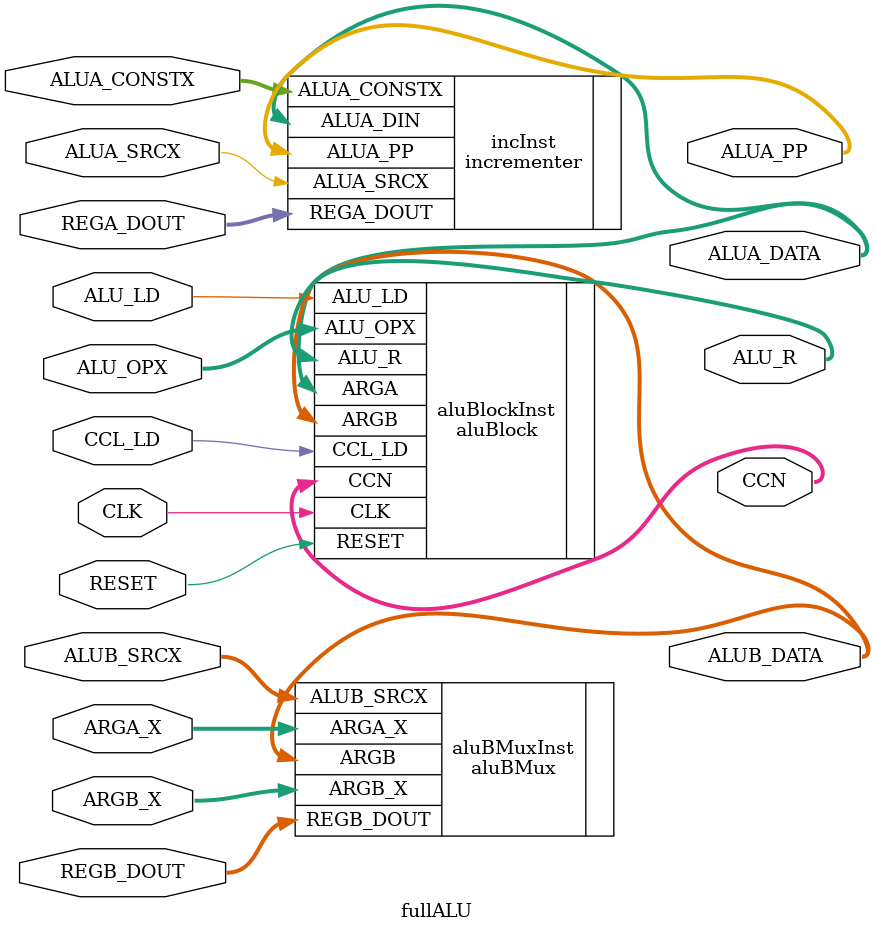
<source format=v>
`include "C:/Users/Duncan/git/ForthCPU/constants.v"

/**
* The whole ALU block including the
* - ALU
* - output registers
* - B input mux
* - A input incrementer
**/

module fullALU(
	
	input CLK,
	input RESET,
	
	input [15:0] REGA_DOUT,
	input [15:0] REGB_DOUT,
	
	input [3:0] ALU_OPX,
	input [3:0] ARGA_X,
	input [3:0] ARGB_X,
	input       ALUA_SRCX,
	input [2:0] ALUB_SRCX,
	input [1:0] ALUA_CONSTX,
	input ALU_LD,
	input CCL_LD,
	
	output wire [15:0] ALUA_DATA,
	output wire [15:0] ALUB_DATA,
	output wire [15:0] ALU_R,
	output wire [15:0] ALUA_PP,
	output wire [3:0]  CCN
	
);

aluBMux aluBMuxInst(

	.REGB_DOUT(REGB_DOUT),
	.ARGA_X(ARGA_X),
	.ARGB_X(ARGB_X),
	.ALUB_SRCX(ALUB_SRCX),
	.ARGB(ALUB_DATA)
);


aluBlock aluBlockInst(
	.CLK(CLK),
	.RESET(RESET),
	.ARGA(ALUA_DATA),
	.ARGB(ALUB_DATA),
	.ALU_OPX(ALU_OPX),
	.ALU_LD(ALU_LD),
	.CCL_LD(CCL_LD),
	.ALU_R(ALU_R),
	.CCN(CCN)
);

incrementer incInst(
	.ALUA_SRCX(ALUA_SRCX),
	.REGA_DOUT(REGA_DOUT),
	.ALUA_CONSTX(ALUA_CONSTX),
	.ALUA_DIN(ALUA_DATA),
	.ALUA_PP(ALUA_PP)
);


endmodule
	
	
</source>
